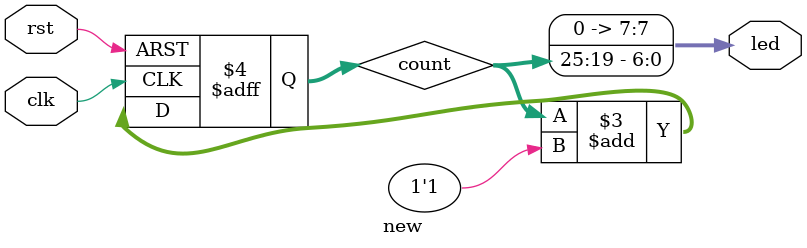
<source format=v>
`timescale 1ns / 1ps


module new(
    input clk,
    input rst,
    output [7:0] led
);
reg [25:0]count;
wire rst_but =~ rst;
always @(posedge clk or posedge rst_but) begin
if (rst_but)
    count <= 1'b0;
else
    count <= count + 1'b1;
end
assign led[7:0] = count[25:19];
endmodule
</source>
